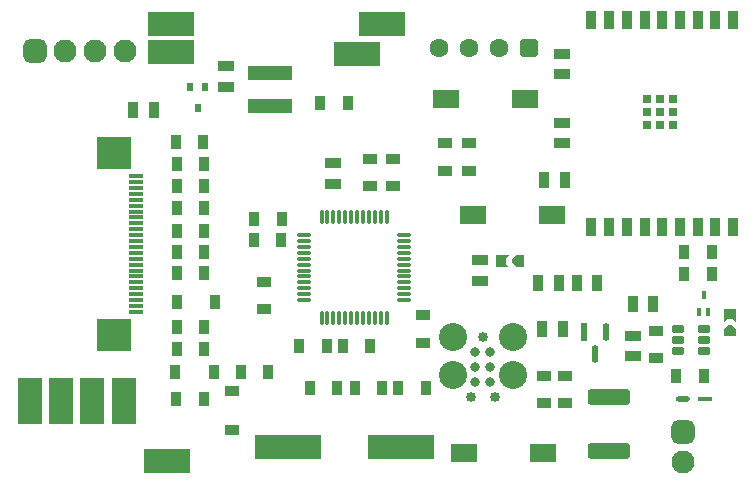
<source format=gbr>
%TF.GenerationSoftware,Altium Limited,Altium Designer,23.6.0 (18)*%
G04 Layer_Color=16711935*
%FSLAX43Y43*%
%MOMM*%
%TF.SameCoordinates,6C6526E1-C053-4265-BDC0-CB623CBAD704*%
%TF.FilePolarity,Negative*%
%TF.FileFunction,Soldermask,Bot*%
%TF.Part,Single*%
G01*
G75*
%TA.AperFunction,SMDPad,CuDef*%
%ADD10R,4.000X2.100*%
%ADD11R,2.100X4.000*%
%TA.AperFunction,ComponentPad*%
G04:AMPARAMS|DCode=15|XSize=1.95mm|YSize=1.95mm|CornerRadius=0.488mm|HoleSize=0mm|Usage=FLASHONLY|Rotation=270.000|XOffset=0mm|YOffset=0mm|HoleType=Round|Shape=RoundedRectangle|*
%AMROUNDEDRECTD15*
21,1,1.950,0.975,0,0,270.0*
21,1,0.975,1.950,0,0,270.0*
1,1,0.975,-0.488,-0.488*
1,1,0.975,-0.488,0.488*
1,1,0.975,0.488,0.488*
1,1,0.975,0.488,-0.488*
%
%ADD15ROUNDEDRECTD15*%
%ADD16C,1.950*%
%ADD17C,0.850*%
%ADD18C,2.375*%
G04:AMPARAMS|DCode=19|XSize=1.95mm|YSize=1.95mm|CornerRadius=0.488mm|HoleSize=0mm|Usage=FLASHONLY|Rotation=0.000|XOffset=0mm|YOffset=0mm|HoleType=Round|Shape=RoundedRectangle|*
%AMROUNDEDRECTD19*
21,1,1.950,0.975,0,0,0.0*
21,1,0.975,1.950,0,0,0.0*
1,1,0.975,0.488,-0.488*
1,1,0.975,-0.488,-0.488*
1,1,0.975,-0.488,0.488*
1,1,0.975,0.488,0.488*
%
%ADD19ROUNDEDRECTD19*%
%ADD20C,1.600*%
G04:AMPARAMS|DCode=21|XSize=1.6mm|YSize=1.6mm|CornerRadius=0.4mm|HoleSize=0mm|Usage=FLASHONLY|Rotation=180.000|XOffset=0mm|YOffset=0mm|HoleType=Round|Shape=RoundedRectangle|*
%AMROUNDEDRECTD21*
21,1,1.600,0.800,0,0,180.0*
21,1,0.800,1.600,0,0,180.0*
1,1,0.800,-0.400,0.400*
1,1,0.800,0.400,0.400*
1,1,0.800,0.400,-0.400*
1,1,0.800,-0.400,-0.400*
%
%ADD21ROUNDEDRECTD21*%
%TA.AperFunction,SMDPad,CuDef*%
G04:AMPARAMS|DCode=24|XSize=1.524mm|YSize=0.578mm|CornerRadius=0.289mm|HoleSize=0mm|Usage=FLASHONLY|Rotation=270.000|XOffset=0mm|YOffset=0mm|HoleType=Round|Shape=RoundedRectangle|*
%AMROUNDEDRECTD24*
21,1,1.524,0.000,0,0,270.0*
21,1,0.946,0.578,0,0,270.0*
1,1,0.578,0.000,-0.473*
1,1,0.578,0.000,0.473*
1,1,0.578,0.000,0.473*
1,1,0.578,0.000,-0.473*
%
%ADD24ROUNDEDRECTD24*%
%ADD25R,0.578X1.524*%
%ADD26R,2.300X1.500*%
%ADD27R,3.000X2.700*%
%ADD28R,1.200X0.300*%
G04:AMPARAMS|DCode=29|XSize=1.194mm|YSize=0.305mm|CornerRadius=0.076mm|HoleSize=0mm|Usage=FLASHONLY|Rotation=90.000|XOffset=0mm|YOffset=0mm|HoleType=Round|Shape=RoundedRectangle|*
%AMROUNDEDRECTD29*
21,1,1.194,0.152,0,0,90.0*
21,1,1.041,0.305,0,0,90.0*
1,1,0.152,0.076,0.521*
1,1,0.152,0.076,-0.521*
1,1,0.152,-0.076,-0.521*
1,1,0.152,-0.076,0.521*
%
%ADD29ROUNDEDRECTD29*%
G04:AMPARAMS|DCode=30|XSize=1.194mm|YSize=0.305mm|CornerRadius=0.076mm|HoleSize=0mm|Usage=FLASHONLY|Rotation=0.000|XOffset=0mm|YOffset=0mm|HoleType=Round|Shape=RoundedRectangle|*
%AMROUNDEDRECTD30*
21,1,1.194,0.152,0,0,0.0*
21,1,1.041,0.305,0,0,0.0*
1,1,0.152,0.521,-0.076*
1,1,0.152,-0.521,-0.076*
1,1,0.152,-0.521,0.076*
1,1,0.152,0.521,0.076*
%
%ADD30ROUNDEDRECTD30*%
%TA.AperFunction,ConnectorPad*%
%ADD31R,0.900X1.500*%
%TA.AperFunction,BGAPad,CuDef*%
%ADD32R,0.700X0.700*%
%TA.AperFunction,SMDPad,CuDef*%
%ADD33R,0.900X1.300*%
G04:AMPARAMS|DCode=34|XSize=0.4mm|YSize=0.65mm|CornerRadius=0.1mm|HoleSize=0mm|Usage=FLASHONLY|Rotation=0.000|XOffset=0mm|YOffset=0mm|HoleType=Round|Shape=RoundedRectangle|*
%AMROUNDEDRECTD34*
21,1,0.400,0.450,0,0,0.0*
21,1,0.200,0.650,0,0,0.0*
1,1,0.200,0.100,-0.225*
1,1,0.200,-0.100,-0.225*
1,1,0.200,-0.100,0.225*
1,1,0.200,0.100,0.225*
%
%ADD34ROUNDEDRECTD34*%
%TA.AperFunction,BGAPad,CuDef*%
%ADD35C,0.800*%
%TA.AperFunction,SMDPad,CuDef*%
%ADD36R,1.360X0.950*%
%ADD37R,5.600X2.100*%
%ADD38R,0.950X1.360*%
%ADD39R,3.700X1.200*%
G04:AMPARAMS|DCode=40|XSize=1mm|YSize=0.7mm|CornerRadius=0.14mm|HoleSize=0mm|Usage=FLASHONLY|Rotation=180.000|XOffset=0mm|YOffset=0mm|HoleType=Round|Shape=RoundedRectangle|*
%AMROUNDEDRECTD40*
21,1,1.000,0.420,0,0,180.0*
21,1,0.720,0.700,0,0,180.0*
1,1,0.280,-0.360,0.210*
1,1,0.280,0.360,0.210*
1,1,0.280,0.360,-0.210*
1,1,0.280,-0.360,-0.210*
%
%ADD40ROUNDEDRECTD40*%
%ADD41R,1.205X0.436*%
G04:AMPARAMS|DCode=42|XSize=1.205mm|YSize=0.436mm|CornerRadius=0.218mm|HoleSize=0mm|Usage=FLASHONLY|Rotation=180.000|XOffset=0mm|YOffset=0mm|HoleType=Round|Shape=RoundedRectangle|*
%AMROUNDEDRECTD42*
21,1,1.205,0.000,0,0,180.0*
21,1,0.769,0.436,0,0,180.0*
1,1,0.436,-0.385,0.000*
1,1,0.436,0.385,0.000*
1,1,0.436,0.385,0.000*
1,1,0.436,-0.385,0.000*
%
%ADD42ROUNDEDRECTD42*%
%ADD43R,1.300X0.900*%
%ADD44R,0.910X1.220*%
%ADD45R,0.559X0.648*%
G04:AMPARAMS|DCode=46|XSize=0.4mm|YSize=0.5mm|CornerRadius=0.1mm|HoleSize=0mm|Usage=FLASHONLY|Rotation=0.000|XOffset=0mm|YOffset=0mm|HoleType=Round|Shape=RoundedRectangle|*
%AMROUNDEDRECTD46*
21,1,0.400,0.300,0,0,0.0*
21,1,0.200,0.500,0,0,0.0*
1,1,0.200,0.100,-0.150*
1,1,0.200,-0.100,-0.150*
1,1,0.200,-0.100,0.150*
1,1,0.200,0.100,0.150*
%
%ADD46ROUNDEDRECTD46*%
G04:AMPARAMS|DCode=47|XSize=0.4mm|YSize=0.5mm|CornerRadius=0.1mm|HoleSize=0mm|Usage=FLASHONLY|Rotation=270.000|XOffset=0mm|YOffset=0mm|HoleType=Round|Shape=RoundedRectangle|*
%AMROUNDEDRECTD47*
21,1,0.400,0.300,0,0,270.0*
21,1,0.200,0.500,0,0,270.0*
1,1,0.200,-0.150,-0.100*
1,1,0.200,-0.150,0.100*
1,1,0.200,0.150,0.100*
1,1,0.200,0.150,-0.100*
%
%ADD47ROUNDEDRECTD47*%
%ADD48R,1.220X0.910*%
G04:AMPARAMS|DCode=49|XSize=1.295mm|YSize=3.607mm|CornerRadius=0.259mm|HoleSize=0mm|Usage=FLASHONLY|Rotation=90.000|XOffset=0mm|YOffset=0mm|HoleType=Round|Shape=RoundedRectangle|*
%AMROUNDEDRECTD49*
21,1,1.295,3.089,0,0,90.0*
21,1,0.777,3.607,0,0,90.0*
1,1,0.518,1.544,0.389*
1,1,0.518,1.544,-0.389*
1,1,0.518,-1.544,-0.389*
1,1,0.518,-1.544,0.389*
%
%ADD49ROUNDEDRECTD49*%
G36*
X41864Y21840D02*
X41864Y21340D01*
X42114Y21090D01*
X41014D01*
Y22090D01*
X42114D01*
X41864Y21840D01*
D02*
G37*
G36*
X43364Y21095D02*
X42746D01*
X42364Y21478D01*
Y21702D01*
X42757Y22095D01*
X43364D01*
Y21095D01*
D02*
G37*
G36*
X61338Y15790D02*
Y15183D01*
X60338D01*
Y15800D01*
X60721Y16183D01*
X60945D01*
X61338Y15790D01*
D02*
G37*
G36*
X61333Y16433D02*
X61083Y16683D01*
X60583Y16683D01*
X60333Y16433D01*
Y17533D01*
X61333D01*
Y16433D01*
D02*
G37*
D10*
X13500Y39243D02*
D03*
X29250Y39102D02*
D03*
X13500Y41656D02*
D03*
X13175Y4625D02*
D03*
X31378Y41656D02*
D03*
D11*
X1600Y9700D02*
D03*
X6800D02*
D03*
X4200D02*
D03*
X9500Y9739D02*
D03*
D15*
X56850Y7090D02*
D03*
D16*
Y4550D02*
D03*
X9595Y39300D02*
D03*
X4515D02*
D03*
X7055D02*
D03*
D17*
X40894Y10033D02*
D03*
X38862D02*
D03*
X39878Y15113D02*
D03*
D18*
X37338D02*
D03*
Y11938D02*
D03*
X42418D02*
D03*
Y15113D02*
D03*
D19*
X1975Y39300D02*
D03*
D20*
X41245Y39625D02*
D03*
X38705D02*
D03*
X36165D02*
D03*
D21*
X43785D02*
D03*
D24*
X49403Y13695D02*
D03*
X50353Y15515D02*
D03*
D25*
X48453D02*
D03*
D26*
X45006Y5334D02*
D03*
X38306D02*
D03*
X36774Y35260D02*
D03*
X43474D02*
D03*
X39068Y25453D02*
D03*
X45768D02*
D03*
D27*
X8700Y15320D02*
D03*
Y30680D02*
D03*
D28*
X10560Y18750D02*
D03*
Y19250D02*
D03*
Y20750D02*
D03*
Y21250D02*
D03*
Y22750D02*
D03*
Y23250D02*
D03*
Y24750D02*
D03*
Y25250D02*
D03*
Y25750D02*
D03*
Y26250D02*
D03*
Y28750D02*
D03*
Y28250D02*
D03*
Y27750D02*
D03*
Y27250D02*
D03*
Y26750D02*
D03*
Y24250D02*
D03*
Y23750D02*
D03*
Y22250D02*
D03*
Y21750D02*
D03*
Y20250D02*
D03*
Y19750D02*
D03*
Y18250D02*
D03*
Y17750D02*
D03*
Y17250D02*
D03*
D29*
X26250Y16750D02*
D03*
X31750D02*
D03*
X31250D02*
D03*
X30750D02*
D03*
X30250D02*
D03*
X29750D02*
D03*
X29250D02*
D03*
X28750D02*
D03*
X28250D02*
D03*
X27750D02*
D03*
X27250D02*
D03*
X26750D02*
D03*
X26250Y25250D02*
D03*
X26750D02*
D03*
X27250D02*
D03*
X27750D02*
D03*
X28250D02*
D03*
X28750D02*
D03*
X29250D02*
D03*
X29750D02*
D03*
X30250D02*
D03*
X30750D02*
D03*
X31250D02*
D03*
X31750D02*
D03*
D30*
X24750Y18750D02*
D03*
X33250Y21250D02*
D03*
Y20750D02*
D03*
X24750Y18250D02*
D03*
Y19250D02*
D03*
Y19750D02*
D03*
Y20250D02*
D03*
Y20750D02*
D03*
Y21250D02*
D03*
Y21750D02*
D03*
Y22250D02*
D03*
Y22750D02*
D03*
Y23250D02*
D03*
Y23750D02*
D03*
X33250D02*
D03*
Y23250D02*
D03*
Y22750D02*
D03*
Y22250D02*
D03*
Y21750D02*
D03*
Y20250D02*
D03*
Y19750D02*
D03*
Y19250D02*
D03*
Y18750D02*
D03*
Y18250D02*
D03*
D31*
X55100Y24450D02*
D03*
X53600D02*
D03*
X61100D02*
D03*
X59600D02*
D03*
X58100D02*
D03*
X56600D02*
D03*
X52100D02*
D03*
X50600D02*
D03*
X49100D02*
D03*
Y41950D02*
D03*
X50600D02*
D03*
X52100D02*
D03*
X53600D02*
D03*
X55100D02*
D03*
X56600D02*
D03*
X58100D02*
D03*
X59600D02*
D03*
X61100D02*
D03*
D32*
X54900Y34160D02*
D03*
Y35260D02*
D03*
Y33060D02*
D03*
X56000D02*
D03*
Y34160D02*
D03*
Y35260D02*
D03*
X53800D02*
D03*
Y34160D02*
D03*
Y33060D02*
D03*
D33*
X14002Y22284D02*
D03*
X16302D02*
D03*
X20550Y23301D02*
D03*
X22850D02*
D03*
X13990Y24112D02*
D03*
X16289D02*
D03*
X20567Y25137D02*
D03*
X22867D02*
D03*
X58591Y11825D02*
D03*
X56291D02*
D03*
X31340Y10795D02*
D03*
X29040D02*
D03*
X16289Y26012D02*
D03*
X13990D02*
D03*
X56971Y22309D02*
D03*
X59271D02*
D03*
X56971Y20421D02*
D03*
X59271D02*
D03*
X13990Y15999D02*
D03*
X16289D02*
D03*
X13990Y14099D02*
D03*
X16289D02*
D03*
X28450Y34950D02*
D03*
X26150D02*
D03*
X13963Y9890D02*
D03*
X16263D02*
D03*
X24375Y14350D02*
D03*
X26675D02*
D03*
X30381D02*
D03*
X28081D02*
D03*
X25266Y10795D02*
D03*
X27566D02*
D03*
X16316Y20525D02*
D03*
X14016D02*
D03*
X13990Y27912D02*
D03*
X16289D02*
D03*
X21717Y12153D02*
D03*
X19417D02*
D03*
X32759Y10795D02*
D03*
X35059D02*
D03*
X13976Y29750D02*
D03*
X16275D02*
D03*
X13953Y31627D02*
D03*
X16253D02*
D03*
D34*
X58591Y18721D02*
D03*
X58191Y17271D02*
D03*
X58991D02*
D03*
D35*
X39243Y11303D02*
D03*
X40513Y13843D02*
D03*
X39243D02*
D03*
X40513Y12573D02*
D03*
Y11303D02*
D03*
X39243Y12573D02*
D03*
D36*
X52578Y15226D02*
D03*
Y13476D02*
D03*
X18150Y36325D02*
D03*
Y38075D02*
D03*
X46581Y33260D02*
D03*
Y31510D02*
D03*
Y37352D02*
D03*
Y39102D02*
D03*
X27250Y28073D02*
D03*
Y29823D02*
D03*
X39624Y21625D02*
D03*
Y19875D02*
D03*
D37*
X23440Y5842D02*
D03*
X32940D02*
D03*
D38*
X46849Y28448D02*
D03*
X45099D02*
D03*
X12075Y34350D02*
D03*
X10325D02*
D03*
X46341Y19667D02*
D03*
X44591D02*
D03*
X46681Y15809D02*
D03*
X44931D02*
D03*
X54339Y17890D02*
D03*
X52589D02*
D03*
X49594Y19667D02*
D03*
X47844D02*
D03*
D39*
X21844Y37468D02*
D03*
Y34668D02*
D03*
D40*
X56392Y15809D02*
D03*
Y14859D02*
D03*
Y13909D02*
D03*
X58591D02*
D03*
Y14859D02*
D03*
Y15809D02*
D03*
D41*
X58685Y9868D02*
D03*
D42*
X56885D02*
D03*
D43*
X54591Y15657D02*
D03*
Y13357D02*
D03*
X38742Y29217D02*
D03*
Y31517D02*
D03*
X36703Y29217D02*
D03*
Y31517D02*
D03*
X32258Y30233D02*
D03*
Y27933D02*
D03*
X30317Y30233D02*
D03*
Y27933D02*
D03*
X34798Y14659D02*
D03*
Y16959D02*
D03*
X21336Y17519D02*
D03*
Y19819D02*
D03*
X45071Y9525D02*
D03*
Y11825D02*
D03*
X46884Y9528D02*
D03*
Y11828D02*
D03*
D44*
X13998Y18122D02*
D03*
X17268D02*
D03*
X13859Y12153D02*
D03*
X17129D02*
D03*
D45*
X16372Y36271D02*
D03*
X15127D02*
D03*
X15750Y34479D02*
D03*
D46*
X41464Y21590D02*
D03*
X42964D02*
D03*
D47*
X60833Y17083D02*
D03*
Y15583D02*
D03*
D48*
X18669Y10525D02*
D03*
Y7255D02*
D03*
D49*
X50600Y5510D02*
D03*
Y10006D02*
D03*
%TF.MD5,e9e271471566a7f5993a080912ba165a*%
M02*

</source>
